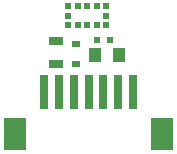
<source format=gtp>
G04 #@! TF.FileFunction,Paste,Top*
%FSLAX46Y46*%
G04 Gerber Fmt 4.6, Leading zero omitted, Abs format (unit mm)*
G04 Created by KiCad (PCBNEW 4.0.7) date 02/03/18 21:51:46*
%MOMM*%
%LPD*%
G01*
G04 APERTURE LIST*
%ADD10C,0.100000*%
%ADD11R,0.800000X3.000000*%
%ADD12R,1.900000X2.800000*%
%ADD13R,1.000000X1.250000*%
%ADD14R,0.600000X0.500000*%
%ADD15R,0.800000X0.600000*%
%ADD16R,0.500000X0.500000*%
%ADD17R,1.300000X0.700000*%
G04 APERTURE END LIST*
D10*
D11*
X21841740Y-22205240D03*
X23091740Y-22205240D03*
X24341740Y-22205240D03*
X20591740Y-22205240D03*
X19341740Y-22205240D03*
D12*
X28041740Y-25705240D03*
X15641740Y-25705240D03*
D11*
X25591740Y-22205240D03*
X18091740Y-22205240D03*
D13*
X24376740Y-19065240D03*
X22376740Y-19065240D03*
D14*
X23651740Y-17740240D03*
X22551740Y-17740240D03*
D15*
X20751740Y-18065240D03*
X20751740Y-19765240D03*
D16*
X22525000Y-14925000D03*
X21725000Y-14925000D03*
X23325000Y-14925000D03*
X20925000Y-14925000D03*
X22525000Y-16525000D03*
X21725000Y-16525000D03*
X20925000Y-16525000D03*
X20125000Y-16525000D03*
X23325000Y-15725000D03*
X23325000Y-16525000D03*
X20125000Y-15725000D03*
X20125000Y-14925000D03*
D17*
X19051740Y-19765240D03*
X19051740Y-17865240D03*
M02*

</source>
